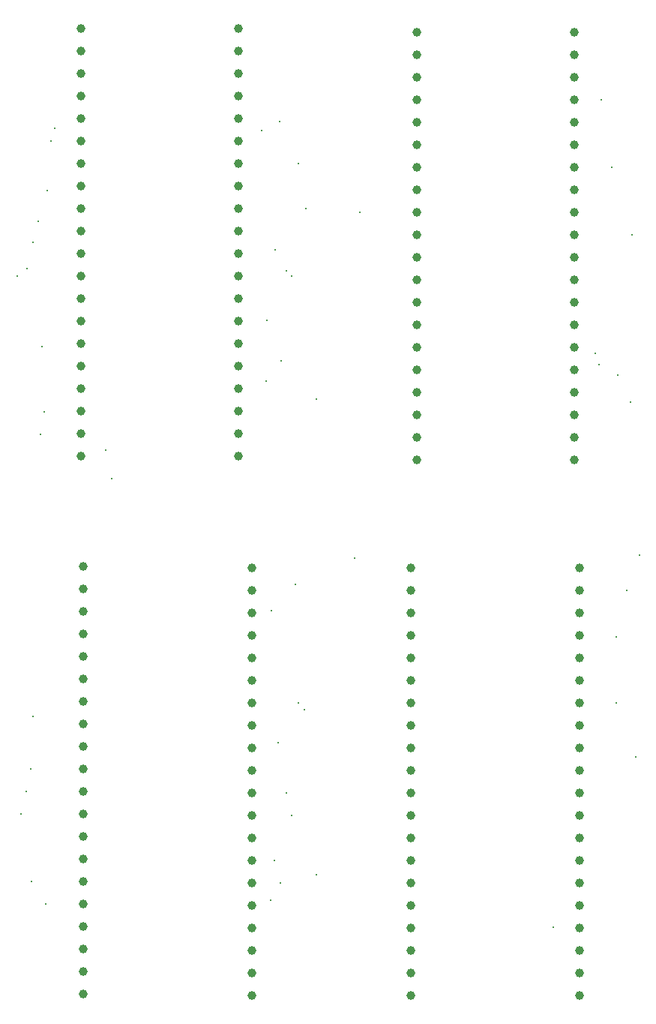
<source format=gbr>
%TF.GenerationSoftware,KiCad,Pcbnew,9.0.0*%
%TF.CreationDate,2025-03-28T14:39:12-04:00*%
%TF.ProjectId,GatorGrid,4761746f-7247-4726-9964-2e6b69636164,rev?*%
%TF.SameCoordinates,Original*%
%TF.FileFunction,Plated,1,2,PTH,Drill*%
%TF.FilePolarity,Positive*%
%FSLAX46Y46*%
G04 Gerber Fmt 4.6, Leading zero omitted, Abs format (unit mm)*
G04 Created by KiCad (PCBNEW 9.0.0) date 2025-03-28 14:39:12*
%MOMM*%
%LPD*%
G01*
G04 APERTURE LIST*
%TA.AperFunction,ViaDrill*%
%ADD10C,0.300000*%
%TD*%
%TA.AperFunction,ComponentDrill*%
%ADD11C,1.000000*%
%TD*%
G04 APERTURE END LIST*
D10*
X113976000Y-65240000D03*
X114420000Y-125920000D03*
X115023000Y-123380000D03*
X115122000Y-64347200D03*
X115528000Y-120840000D03*
X115625000Y-133540000D03*
X115792000Y-61393100D03*
X115825000Y-114883000D03*
X116396000Y-59010200D03*
X116603000Y-83060800D03*
X116796000Y-73156900D03*
X117029000Y-80508000D03*
X117230000Y-136062000D03*
X117408000Y-55589500D03*
X117826000Y-50000000D03*
X118240000Y-48516500D03*
X123982000Y-84840800D03*
X124694000Y-88058200D03*
X141581000Y-48804000D03*
X142086000Y-77039200D03*
X142170000Y-70175200D03*
X142666000Y-135678000D03*
X142687000Y-102962000D03*
X143071000Y-131120000D03*
X143135000Y-62200100D03*
X143509000Y-117863000D03*
X143633000Y-47795200D03*
X143749000Y-133660000D03*
X143782000Y-74768300D03*
X144384000Y-64615700D03*
X144416000Y-123500000D03*
X145006000Y-65240000D03*
X145020000Y-126040000D03*
X145408000Y-99980200D03*
X145796000Y-52540000D03*
X145796000Y-113340000D03*
X146411000Y-114127000D03*
X146599000Y-57620000D03*
X147748000Y-79116700D03*
X147748000Y-132734000D03*
X152116000Y-96999700D03*
X152717800Y-58002500D03*
X174542200Y-138707200D03*
X179319200Y-73898300D03*
X179720900Y-75228800D03*
X179921700Y-45302500D03*
X181126800Y-52922500D03*
X181664600Y-105921700D03*
X181664600Y-113340000D03*
X181853400Y-76371200D03*
X182869700Y-100640000D03*
X183271400Y-79451200D03*
X183471400Y-60542500D03*
X183873100Y-119481300D03*
X184274800Y-96736500D03*
D11*
%TO.C,U1*%
X121220000Y-37300000D03*
X121220000Y-39840000D03*
X121220000Y-42380000D03*
X121220000Y-44920000D03*
X121220000Y-47460000D03*
X121220000Y-50000000D03*
X121220000Y-52540000D03*
X121220000Y-55080000D03*
X121220000Y-57620000D03*
X121220000Y-60160000D03*
X121220000Y-62700000D03*
X121220000Y-65240000D03*
X121220000Y-67780000D03*
X121220000Y-70320000D03*
X121220000Y-72860000D03*
X121220000Y-75400000D03*
X121220000Y-77940000D03*
X121220000Y-80480000D03*
X121220000Y-83020000D03*
X121220000Y-85560000D03*
%TO.C,J4*%
X121500000Y-97980000D03*
X121500000Y-100520000D03*
X121500000Y-103060000D03*
X121500000Y-105600000D03*
X121500000Y-108140000D03*
X121500000Y-110680000D03*
X121500000Y-113220000D03*
X121500000Y-115760000D03*
X121500000Y-118300000D03*
X121500000Y-120840000D03*
X121500000Y-123380000D03*
X121500000Y-125920000D03*
X121500000Y-128460000D03*
X121500000Y-131000000D03*
X121500000Y-133540000D03*
X121500000Y-136080000D03*
X121500000Y-138620000D03*
X121500000Y-141160000D03*
X121500000Y-143700000D03*
X121500000Y-146240000D03*
%TO.C,U1*%
X139000000Y-37300000D03*
X139000000Y-39840000D03*
X139000000Y-42380000D03*
X139000000Y-44920000D03*
X139000000Y-47460000D03*
X139000000Y-50000000D03*
X139000000Y-52540000D03*
X139000000Y-55080000D03*
X139000000Y-57620000D03*
X139000000Y-60160000D03*
X139000000Y-62700000D03*
X139000000Y-65240000D03*
X139000000Y-67780000D03*
X139000000Y-70320000D03*
X139000000Y-72860000D03*
X139000000Y-75400000D03*
X139000000Y-77940000D03*
X139000000Y-80480000D03*
X139000000Y-83020000D03*
X139000000Y-85560000D03*
%TO.C,J7*%
X140500000Y-98100000D03*
X140500000Y-100640000D03*
X140500000Y-103180000D03*
X140500000Y-105720000D03*
X140500000Y-108260000D03*
X140500000Y-110800000D03*
X140500000Y-113340000D03*
X140500000Y-115880000D03*
X140500000Y-118420000D03*
X140500000Y-120960000D03*
X140500000Y-123500000D03*
X140500000Y-126040000D03*
X140500000Y-128580000D03*
X140500000Y-131120000D03*
X140500000Y-133660000D03*
X140500000Y-136200000D03*
X140500000Y-138740000D03*
X140500000Y-141280000D03*
X140500000Y-143820000D03*
X140500000Y-146360000D03*
%TO.C,J6*%
X158500000Y-98100000D03*
X158500000Y-100640000D03*
X158500000Y-103180000D03*
X158500000Y-105720000D03*
X158500000Y-108260000D03*
X158500000Y-110800000D03*
X158500000Y-113340000D03*
X158500000Y-115880000D03*
X158500000Y-118420000D03*
X158500000Y-120960000D03*
X158500000Y-123500000D03*
X158500000Y-126040000D03*
X158500000Y-128580000D03*
X158500000Y-131120000D03*
X158500000Y-133660000D03*
X158500000Y-136200000D03*
X158500000Y-138740000D03*
X158500000Y-141280000D03*
X158500000Y-143820000D03*
X158500000Y-146360000D03*
%TO.C,U2*%
X159110000Y-37682500D03*
X159110000Y-40222500D03*
X159110000Y-42762500D03*
X159110000Y-45302500D03*
X159110000Y-47842500D03*
X159110000Y-50382500D03*
X159110000Y-52922500D03*
X159110000Y-55462500D03*
X159110000Y-58002500D03*
X159110000Y-60542500D03*
X159110000Y-63082500D03*
X159110000Y-65622500D03*
X159110000Y-68162500D03*
X159110000Y-70702500D03*
X159110000Y-73242500D03*
X159110000Y-75782500D03*
X159110000Y-78322500D03*
X159110000Y-80862500D03*
X159110000Y-83402500D03*
X159110000Y-85942500D03*
X176890000Y-37682500D03*
X176890000Y-40222500D03*
X176890000Y-42762500D03*
X176890000Y-45302500D03*
X176890000Y-47842500D03*
X176890000Y-50382500D03*
X176890000Y-52922500D03*
X176890000Y-55462500D03*
X176890000Y-58002500D03*
X176890000Y-60542500D03*
X176890000Y-63082500D03*
X176890000Y-65622500D03*
X176890000Y-68162500D03*
X176890000Y-70702500D03*
X176890000Y-73242500D03*
X176890000Y-75782500D03*
X176890000Y-78322500D03*
X176890000Y-80862500D03*
X176890000Y-83402500D03*
X176890000Y-85942500D03*
%TO.C,J8*%
X177500000Y-98100000D03*
X177500000Y-100640000D03*
X177500000Y-103180000D03*
X177500000Y-105720000D03*
X177500000Y-108260000D03*
X177500000Y-110800000D03*
X177500000Y-113340000D03*
X177500000Y-115880000D03*
X177500000Y-118420000D03*
X177500000Y-120960000D03*
X177500000Y-123500000D03*
X177500000Y-126040000D03*
X177500000Y-128580000D03*
X177500000Y-131120000D03*
X177500000Y-133660000D03*
X177500000Y-136200000D03*
X177500000Y-138740000D03*
X177500000Y-141280000D03*
X177500000Y-143820000D03*
X177500000Y-146360000D03*
M02*

</source>
